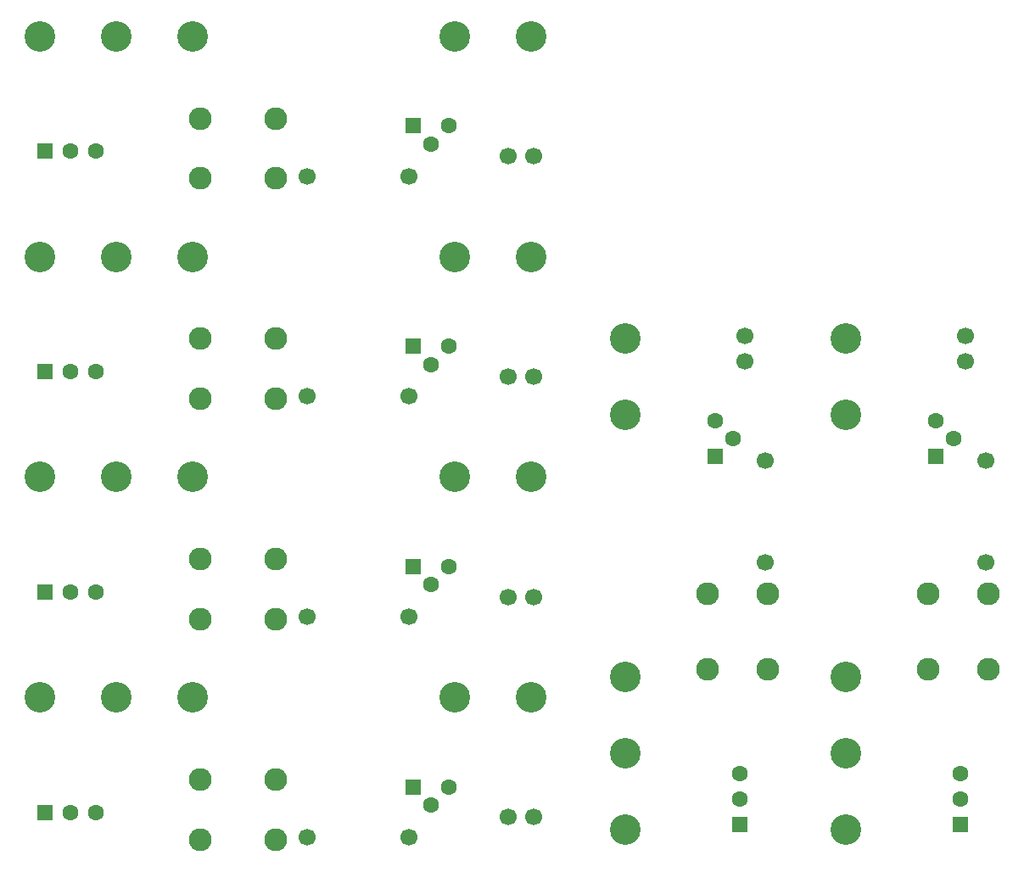
<source format=gbl>
%MOIN*%
%OFA0B0*%
%FSLAX46Y46*%
%IPPOS*%
%LPD*%
%ADD10C,0.005905511811023622*%
%ADD11C,0.12000000000000001*%
%ADD12C,0.090000000000000011*%
%ADD13C,0.066929133858267723*%
%ADD14R,0.059055118110236227X0.059055118110236227*%
%ADD15C,0.062992125984251982*%
%ADD26C,0.005905511811023622*%
%ADD27C,0.12000000000000001*%
%ADD28C,0.090000000000000011*%
%ADD29C,0.066929133858267723*%
%ADD30R,0.059055118110236227X0.059055118110236227*%
%ADD31C,0.062992125984251982*%
%ADD32C,0.005905511811023622*%
%ADD33C,0.12000000000000001*%
%ADD34C,0.090000000000000011*%
%ADD35C,0.066929133858267723*%
%ADD36R,0.059055118110236227X0.059055118110236227*%
%ADD37C,0.062992125984251982*%
%ADD38C,0.005905511811023622*%
%ADD39C,0.12000000000000001*%
%ADD40C,0.090000000000000011*%
%ADD41C,0.066929133858267723*%
%ADD42R,0.059055118110236227X0.059055118110236227*%
%ADD43C,0.062992125984251982*%
%ADD44C,0.005905511811023622*%
%ADD45C,0.12000000000000001*%
%ADD46C,0.090000000000000011*%
%ADD47C,0.066929133858267723*%
%ADD48R,0.059055118110236227X0.059055118110236227*%
%ADD49C,0.062992125984251982*%
%ADD50C,0.005905511811023622*%
%ADD51C,0.12000000000000001*%
%ADD52C,0.090000000000000011*%
%ADD53C,0.066929133858267723*%
%ADD54R,0.059055118110236227X0.059055118110236227*%
%ADD55C,0.062992125984251982*%
G01*
D10*
D11*
X-0005050000Y0004799999D02*
X0000704999Y0000624999D03*
X0000404999Y0000624999D03*
X0000104999Y0000624999D03*
X0001734999Y0000624999D03*
X0002034999Y0000624999D03*
D12*
X0001032676Y0000301968D03*
X0001032676Y0000065747D03*
X0000737401Y0000301968D03*
X0000737401Y0000065747D03*
D13*
X0001947243Y0000154330D03*
X0002047243Y0000154330D03*
D14*
X0001572202Y0000272440D03*
D15*
X0001642913Y0000201730D03*
X0001713623Y0000272440D03*
D13*
X0001157480Y0000075590D03*
X0001557480Y0000075590D03*
D14*
X0000125590Y0000174015D03*
D15*
X0000225590Y0000174015D03*
X0000325590Y0000174015D03*
G04 next file*
G04 #@! TF.FileFunction,Copper,L2,Bot,Signal*
G04 Gerber Fmt 4.6, Leading zero omitted, Abs format (unit mm)*
G04 Created by KiCad (PCBNEW 4.0.7) date 09/06/18 10:52:36*
G01*
G04 APERTURE LIST*
G04 APERTURE END LIST*
D26*
D27*
X-0001768503Y-0005050000D02*
X0002406496Y0000704999D03*
X0002406496Y0000404999D03*
X0002406496Y0000104999D03*
X0002406496Y0001734999D03*
X0002406496Y0002034999D03*
D28*
X0002729527Y0001032676D03*
X0002965748Y0001032676D03*
X0002729527Y0000737401D03*
X0002965748Y0000737401D03*
D29*
X0002877165Y0001947243D03*
X0002877165Y0002047243D03*
D30*
X0002759055Y0001572202D03*
D31*
X0002829765Y0001642913D03*
X0002759055Y0001713623D03*
D29*
X0002955905Y0001157480D03*
X0002955905Y0001557480D03*
D30*
X0002857480Y0000125590D03*
D31*
X0002857480Y0000225590D03*
X0002857480Y0000325590D03*
G04 next file*
G04 #@! TF.FileFunction,Copper,L2,Bot,Signal*
G04 Gerber Fmt 4.6, Leading zero omitted, Abs format (unit mm)*
G04 Created by KiCad (PCBNEW 4.0.7) date 09/06/18 10:52:36*
G01*
G04 APERTURE LIST*
G04 APERTURE END LIST*
D32*
D33*
X-0000902362Y-0005050000D02*
X0003272637Y0000704999D03*
X0003272637Y0000404999D03*
X0003272637Y0000104999D03*
X0003272637Y0001734999D03*
X0003272637Y0002034999D03*
D34*
X0003595669Y0001032676D03*
X0003831889Y0001032676D03*
X0003595669Y0000737401D03*
X0003831889Y0000737401D03*
D35*
X0003743307Y0001947243D03*
X0003743307Y0002047243D03*
D36*
X0003625196Y0001572202D03*
D37*
X0003695907Y0001642913D03*
X0003625196Y0001713623D03*
D35*
X0003822047Y0001157480D03*
X0003822047Y0001557480D03*
D36*
X0003723622Y0000125590D03*
D37*
X0003723622Y0000225590D03*
X0003723622Y0000325590D03*
G04 next file*
G04 #@! TF.FileFunction,Copper,L2,Bot,Signal*
G04 Gerber Fmt 4.6, Leading zero omitted, Abs format (unit mm)*
G04 Created by KiCad (PCBNEW 4.0.7) date 09/06/18 10:52:36*
G01*
G04 APERTURE LIST*
G04 APERTURE END LIST*
D38*
D39*
X-0005050000Y0005666141D02*
X0000704999Y0001491141D03*
X0000404999Y0001491141D03*
X0000104999Y0001491141D03*
X0001734999Y0001491141D03*
X0002034999Y0001491141D03*
D40*
X0001032676Y0001168110D03*
X0001032676Y0000931889D03*
X0000737401Y0001168110D03*
X0000737401Y0000931889D03*
D41*
X0001947243Y0001020472D03*
X0002047243Y0001020472D03*
D42*
X0001572202Y0001138582D03*
D43*
X0001642913Y0001067871D03*
X0001713623Y0001138582D03*
D41*
X0001157480Y0000941732D03*
X0001557480Y0000941732D03*
D42*
X0000125590Y0001040157D03*
D43*
X0000225590Y0001040157D03*
X0000325590Y0001040157D03*
G04 next file*
G04 #@! TF.FileFunction,Copper,L2,Bot,Signal*
G04 Gerber Fmt 4.6, Leading zero omitted, Abs format (unit mm)*
G04 Created by KiCad (PCBNEW 4.0.7) date 09/06/18 10:52:36*
G01*
G04 APERTURE LIST*
G04 APERTURE END LIST*
D44*
D45*
X-0005050000Y0006532283D02*
X0000704999Y0002357283D03*
X0000404999Y0002357283D03*
X0000104999Y0002357283D03*
X0001734999Y0002357283D03*
X0002034999Y0002357283D03*
D46*
X0001032676Y0002034251D03*
X0001032676Y0001798031D03*
X0000737401Y0002034251D03*
X0000737401Y0001798031D03*
D47*
X0001947243Y0001886614D03*
X0002047243Y0001886614D03*
D48*
X0001572202Y0002004724D03*
D49*
X0001642913Y0001934013D03*
X0001713623Y0002004724D03*
D47*
X0001157480Y0001807873D03*
X0001557480Y0001807873D03*
D48*
X0000125590Y0001906299D03*
D49*
X0000225590Y0001906299D03*
X0000325590Y0001906299D03*
G04 next file*
G04 #@! TF.FileFunction,Copper,L2,Bot,Signal*
G04 Gerber Fmt 4.6, Leading zero omitted, Abs format (unit mm)*
G04 Created by KiCad (PCBNEW 4.0.7) date 09/06/18 10:52:36*
G01*
G04 APERTURE LIST*
G04 APERTURE END LIST*
D50*
D51*
X-0005050000Y0007398425D02*
X0000704999Y0003223425D03*
X0000404999Y0003223425D03*
X0000104999Y0003223425D03*
X0001734999Y0003223425D03*
X0002034999Y0003223425D03*
D52*
X0001032676Y0002900393D03*
X0001032676Y0002664173D03*
X0000737401Y0002900393D03*
X0000737401Y0002664173D03*
D53*
X0001947243Y0002752755D03*
X0002047243Y0002752755D03*
D54*
X0001572202Y0002870866D03*
D55*
X0001642913Y0002800155D03*
X0001713623Y0002870866D03*
D53*
X0001157480Y0002674015D03*
X0001557480Y0002674015D03*
D54*
X0000125590Y0002772440D03*
D55*
X0000225590Y0002772440D03*
X0000325590Y0002772440D03*
M02*
</source>
